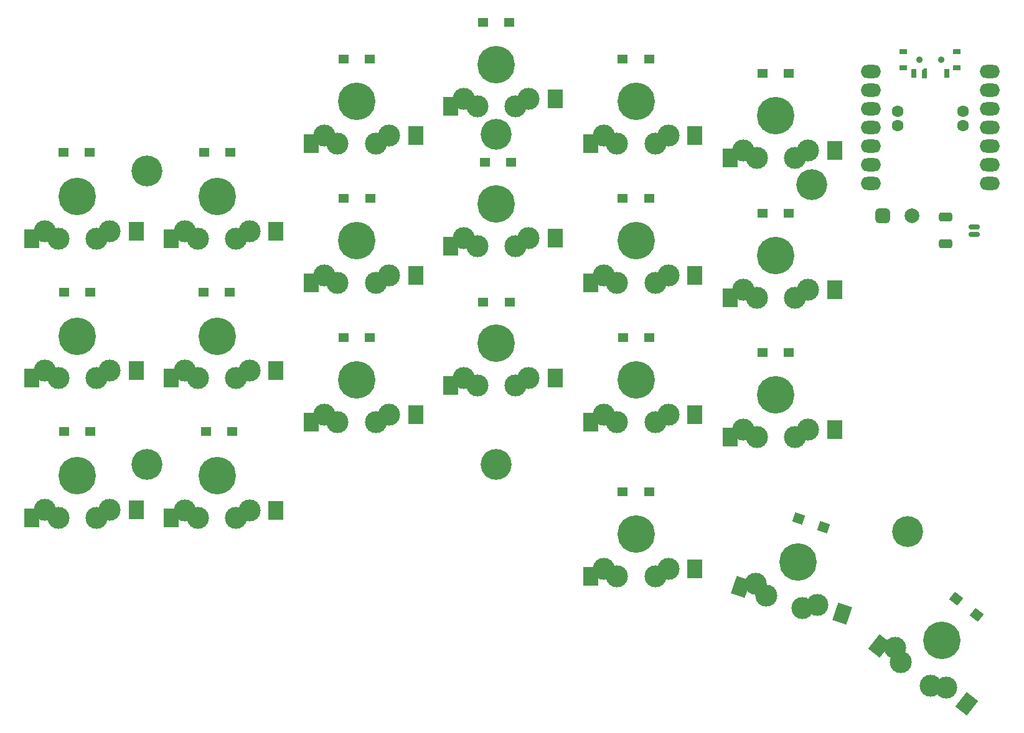
<source format=gts>
G04 #@! TF.GenerationSoftware,KiCad,Pcbnew,8.0.2-1*
G04 #@! TF.CreationDate,2024-09-12T16:13:46+03:00*
G04 #@! TF.ProjectId,pcb,7063622e-6b69-4636-9164-5f7063625858,rev?*
G04 #@! TF.SameCoordinates,Original*
G04 #@! TF.FileFunction,Soldermask,Top*
G04 #@! TF.FilePolarity,Negative*
%FSLAX46Y46*%
G04 Gerber Fmt 4.6, Leading zero omitted, Abs format (unit mm)*
G04 Created by KiCad (PCBNEW 8.0.2-1) date 2024-09-12 16:13:46*
%MOMM*%
%LPD*%
G01*
G04 APERTURE LIST*
G04 Aperture macros list*
%AMRoundRect*
0 Rectangle with rounded corners*
0 $1 Rounding radius*
0 $2 $3 $4 $5 $6 $7 $8 $9 X,Y pos of 4 corners*
0 Add a 4 corners polygon primitive as box body*
4,1,4,$2,$3,$4,$5,$6,$7,$8,$9,$2,$3,0*
0 Add four circle primitives for the rounded corners*
1,1,$1+$1,$2,$3*
1,1,$1+$1,$4,$5*
1,1,$1+$1,$6,$7*
1,1,$1+$1,$8,$9*
0 Add four rect primitives between the rounded corners*
20,1,$1+$1,$2,$3,$4,$5,0*
20,1,$1+$1,$4,$5,$6,$7,0*
20,1,$1+$1,$6,$7,$8,$9,0*
20,1,$1+$1,$8,$9,$2,$3,0*%
%AMRotRect*
0 Rectangle, with rotation*
0 The origin of the aperture is its center*
0 $1 length*
0 $2 width*
0 $3 Rotation angle, in degrees counterclockwise*
0 Add horizontal line*
21,1,$1,$2,0,0,$3*%
%AMOutline5P*
0 Free polygon, 5 corners , with rotation*
0 The origin of the aperture is its center*
0 number of corners: always 5*
0 $1 to $10 corner X, Y*
0 $11 Rotation angle, in degrees counterclockwise*
0 create outline with 5 corners*
4,1,5,$1,$2,$3,$4,$5,$6,$7,$8,$9,$10,$1,$2,$11*%
%AMOutline6P*
0 Free polygon, 6 corners , with rotation*
0 The origin of the aperture is its center*
0 number of corners: always 6*
0 $1 to $12 corner X, Y*
0 $13 Rotation angle, in degrees counterclockwise*
0 create outline with 6 corners*
4,1,6,$1,$2,$3,$4,$5,$6,$7,$8,$9,$10,$11,$12,$1,$2,$13*%
%AMOutline7P*
0 Free polygon, 7 corners , with rotation*
0 The origin of the aperture is its center*
0 number of corners: always 7*
0 $1 to $14 corner X, Y*
0 $15 Rotation angle, in degrees counterclockwise*
0 create outline with 7 corners*
4,1,7,$1,$2,$3,$4,$5,$6,$7,$8,$9,$10,$11,$12,$13,$14,$1,$2,$15*%
%AMOutline8P*
0 Free polygon, 8 corners , with rotation*
0 The origin of the aperture is its center*
0 number of corners: always 8*
0 $1 to $16 corner X, Y*
0 $17 Rotation angle, in degrees counterclockwise*
0 create outline with 8 corners*
4,1,8,$1,$2,$3,$4,$5,$6,$7,$8,$9,$10,$11,$12,$13,$14,$15,$16,$1,$2,$17*%
G04 Aperture macros list end*
%ADD10C,4.200000*%
%ADD11C,2.000000*%
%ADD12RoundRect,0.500000X-0.500000X0.500000X-0.500000X-0.500000X0.500000X-0.500000X0.500000X0.500000X0*%
%ADD13R,1.000000X0.800000*%
%ADD14C,0.900000*%
%ADD15R,0.700000X1.280000*%
%ADD16Outline5P,-0.350000X0.640000X0.350000X0.640000X0.350000X-0.360000X0.070000X-0.640000X-0.350000X-0.640000X180.000000*%
%ADD17RoundRect,0.150000X-0.625000X0.150000X-0.625000X-0.150000X0.625000X-0.150000X0.625000X0.150000X0*%
%ADD18RoundRect,0.250000X-0.650000X0.350000X-0.650000X-0.350000X0.650000X-0.350000X0.650000X0.350000X0*%
%ADD19RotRect,1.425000X1.300000X322.000000*%
%ADD20RotRect,1.425000X1.300000X341.000000*%
%ADD21R,1.425000X1.300000*%
%ADD22C,3.000000*%
%ADD23C,5.100000*%
%ADD24R,2.000000X2.500000*%
%ADD25O,2.750000X1.800000*%
%ADD26C,1.600000*%
%ADD27RotRect,2.000000X2.500000X322.000000*%
%ADD28RotRect,2.000000X2.500000X341.000000*%
G04 APERTURE END LIST*
D10*
X141500000Y-67000000D03*
X141500000Y-112000000D03*
D11*
X198000000Y-78115970D03*
D12*
X194000000Y-78115970D03*
D13*
X204150000Y-55776046D03*
X204150000Y-57996046D03*
D14*
X202000000Y-56886046D03*
X199000000Y-56886046D03*
D13*
X196850000Y-55776046D03*
X196850000Y-57996046D03*
D15*
X202750000Y-58756046D03*
D16*
X199750000Y-58756046D03*
D15*
X198250000Y-58756046D03*
D17*
X206500000Y-79615970D03*
X206500000Y-80615970D03*
D18*
X202625000Y-78315970D03*
X202625000Y-81915970D03*
D19*
X206817138Y-132441960D03*
X204000000Y-130240970D03*
D20*
X186000000Y-120490970D03*
X182619772Y-119327064D03*
D21*
X181250000Y-96740970D03*
X177675000Y-96740970D03*
X162250000Y-115740970D03*
X158675000Y-115740970D03*
X105287500Y-69490970D03*
X101712500Y-69490970D03*
X105250000Y-88490970D03*
X101675000Y-88490970D03*
X162287500Y-94740970D03*
X158712500Y-94740970D03*
X181250000Y-58740970D03*
X177675000Y-58740970D03*
X86287500Y-88490970D03*
X82712500Y-88490970D03*
X181250000Y-77740970D03*
X177675000Y-77740970D03*
X143250000Y-51740970D03*
X139675000Y-51740970D03*
X143500000Y-70865970D03*
X139925000Y-70865970D03*
X162250000Y-56740970D03*
X158675000Y-56740970D03*
X124287500Y-56740970D03*
X120712500Y-56740970D03*
X86250000Y-107490970D03*
X82675000Y-107490970D03*
X162250000Y-75740970D03*
X158675000Y-75740970D03*
X124325000Y-75740970D03*
X120750000Y-75740970D03*
X124287500Y-94740970D03*
X120712500Y-94740970D03*
X105575000Y-107490970D03*
X102000000Y-107490970D03*
X86187500Y-69490970D03*
X82612500Y-69490970D03*
X143287500Y-89865970D03*
X139712500Y-89865970D03*
D22*
X80100000Y-80200000D03*
X81900000Y-81250000D03*
D23*
X84500000Y-75500000D03*
D22*
X87100000Y-81250000D03*
X88900000Y-80200000D03*
D24*
X78300000Y-81250000D03*
X92500000Y-80200000D03*
D22*
X118100000Y-67200000D03*
X119900000Y-68250000D03*
D23*
X122500000Y-62500000D03*
D22*
X125100000Y-68250000D03*
X126900000Y-67200000D03*
D24*
X116300000Y-68250000D03*
X130500000Y-67200000D03*
D22*
X118100000Y-86200000D03*
X119900000Y-87250000D03*
D23*
X122500000Y-81500000D03*
D22*
X125100000Y-87250000D03*
X126900000Y-86200000D03*
D24*
X116300000Y-87250000D03*
X130500000Y-86200000D03*
D10*
X94000000Y-112000000D03*
X94000000Y-72000000D03*
D22*
X99100000Y-80200000D03*
X100900000Y-81250000D03*
D23*
X103500000Y-75500000D03*
D22*
X106100000Y-81250000D03*
X107900000Y-80200000D03*
D24*
X97300000Y-81250000D03*
X111500000Y-80200000D03*
D10*
X197400000Y-121090970D03*
D22*
X80100000Y-99190970D03*
X81900000Y-100240970D03*
D23*
X84500000Y-94490970D03*
D22*
X87100000Y-100240970D03*
X88900000Y-99190970D03*
D24*
X78300000Y-100240970D03*
X92500000Y-99190970D03*
D25*
X192405040Y-58496046D03*
X192405040Y-61036046D03*
X192405040Y-63576046D03*
X192405040Y-66116046D03*
X192405040Y-68656046D03*
X192405040Y-71196046D03*
X192405040Y-73736046D03*
X208594960Y-73736046D03*
X208594960Y-71196046D03*
X208594960Y-68656046D03*
X208594960Y-66116046D03*
X208594960Y-63576046D03*
X208594960Y-61036046D03*
X208594960Y-58496046D03*
D26*
X196055000Y-65799046D03*
X204945000Y-65799046D03*
X196055000Y-63894046D03*
X204945000Y-63894046D03*
D24*
X187500000Y-69200000D03*
X173300000Y-70250000D03*
D22*
X183900000Y-69200000D03*
X182100000Y-70250000D03*
D23*
X179500000Y-64500000D03*
D22*
X176900000Y-70250000D03*
X175100000Y-69200000D03*
X156100000Y-105200000D03*
X157900000Y-106250000D03*
D23*
X160500000Y-100500000D03*
D22*
X163100000Y-106250000D03*
X164900000Y-105200000D03*
D24*
X154300000Y-106250000D03*
X168500000Y-105200000D03*
D22*
X156100000Y-86200000D03*
X157900000Y-87250000D03*
D23*
X160500000Y-81500000D03*
D22*
X163100000Y-87250000D03*
X164900000Y-86200000D03*
D24*
X154300000Y-87250000D03*
X168500000Y-86200000D03*
X111500000Y-99190970D03*
X97300000Y-100240970D03*
D22*
X107900000Y-99190970D03*
X106100000Y-100240970D03*
D23*
X103500000Y-94490970D03*
D22*
X100900000Y-100240970D03*
X99100000Y-99190970D03*
D24*
X149500000Y-62190970D03*
X135300000Y-63240970D03*
D22*
X145900000Y-62190970D03*
X144100000Y-63240970D03*
D23*
X141500000Y-57490970D03*
D22*
X138900000Y-63240970D03*
X137100000Y-62190970D03*
D24*
X168500000Y-126190970D03*
X154300000Y-127240970D03*
D22*
X164900000Y-126190970D03*
X163100000Y-127240970D03*
D23*
X160500000Y-121490970D03*
D22*
X157900000Y-127240970D03*
X156100000Y-126190970D03*
X137100000Y-100200000D03*
X138900000Y-101250000D03*
D23*
X141500000Y-95500000D03*
D22*
X144100000Y-101250000D03*
X145900000Y-100200000D03*
D24*
X135300000Y-101250000D03*
X149500000Y-100200000D03*
D22*
X99100000Y-118200000D03*
X100900000Y-119250000D03*
D23*
X103500000Y-113500000D03*
D22*
X106100000Y-119250000D03*
X107900000Y-118200000D03*
D24*
X97300000Y-119250000D03*
X111500000Y-118200000D03*
D22*
X80100000Y-118190970D03*
X81900000Y-119240970D03*
D23*
X84500000Y-113490970D03*
D22*
X87100000Y-119240970D03*
X88900000Y-118190970D03*
D24*
X78300000Y-119240970D03*
X92500000Y-118190970D03*
D22*
X137100000Y-81190970D03*
X138900000Y-82240970D03*
D23*
X141500000Y-76490970D03*
D22*
X144100000Y-82240970D03*
X145900000Y-81190970D03*
D24*
X135300000Y-82240970D03*
X149500000Y-81190970D03*
D22*
X175100000Y-88200000D03*
X176900000Y-89250000D03*
D23*
X179500000Y-83500000D03*
D22*
X182100000Y-89250000D03*
X183900000Y-88200000D03*
D24*
X173300000Y-89250000D03*
X187500000Y-88200000D03*
D22*
X118100000Y-105200000D03*
X119900000Y-106250000D03*
D23*
X122500000Y-100500000D03*
D22*
X125100000Y-106250000D03*
X126900000Y-105200000D03*
D24*
X116300000Y-106250000D03*
X130500000Y-105200000D03*
D22*
X195706282Y-136936700D03*
X196478257Y-138872302D03*
D23*
X202067138Y-135941960D03*
D22*
X200575912Y-142073742D03*
X202640777Y-142354521D03*
D27*
X193641417Y-136655921D03*
X205477615Y-144570902D03*
D22*
X176809548Y-128252408D03*
X178169634Y-129831225D03*
D23*
X182500000Y-125240970D03*
D22*
X183086332Y-131524179D03*
X185130111Y-131117407D03*
D28*
X174765768Y-128659179D03*
X188533978Y-132289453D03*
D24*
X187500000Y-107200000D03*
X173300000Y-108250000D03*
D22*
X183900000Y-107200000D03*
X182100000Y-108250000D03*
D23*
X179500000Y-102500000D03*
D22*
X176900000Y-108250000D03*
X175100000Y-107200000D03*
X156100000Y-67200000D03*
X157900000Y-68250000D03*
D23*
X160500000Y-62500000D03*
D22*
X163100000Y-68250000D03*
X164900000Y-67200000D03*
D24*
X154300000Y-68250000D03*
X168500000Y-67200000D03*
D10*
X184400000Y-73890970D03*
M02*

</source>
